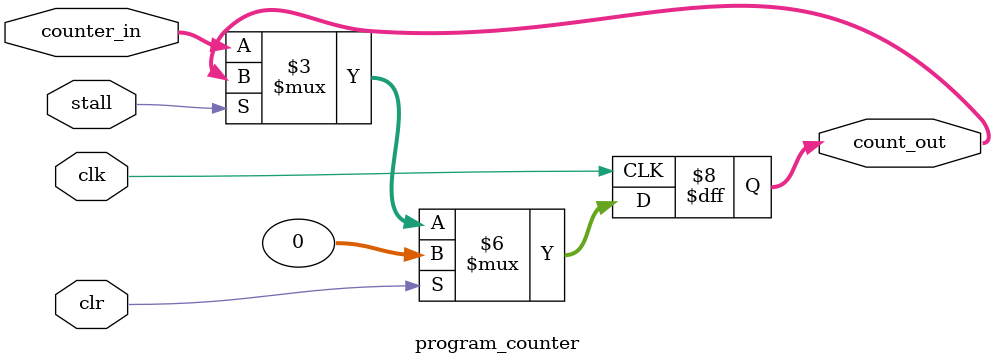
<source format=v>
module program_counter(
	input clk,
	input clr,
	input stall,
	input [31:0] counter_in,
	output reg [31:0] count_out
);

always @(posedge clk) begin
	if(clr) begin
		count_out <= 32'b0;
	end
	else if(stall) begin
		count_out <= count_out;
	end
	else begin
		count_out <= counter_in;
	end
end

endmodule
</source>
